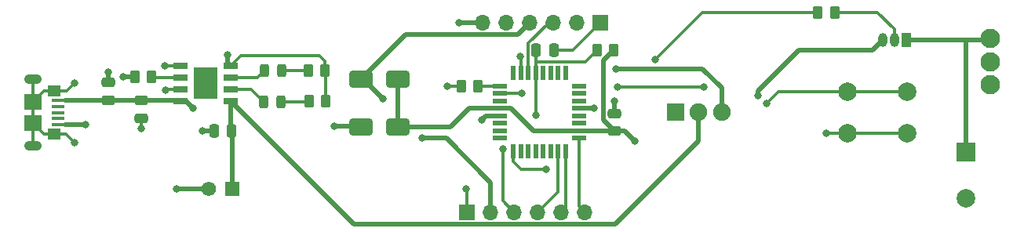
<source format=gbr>
%TF.GenerationSoftware,KiCad,Pcbnew,7.0.5*%
%TF.CreationDate,2023-10-18T15:34:20+03:00*%
%TF.ProjectId,Flashlight,466c6173-686c-4696-9768-742e6b696361,rev?*%
%TF.SameCoordinates,Original*%
%TF.FileFunction,Copper,L1,Top*%
%TF.FilePolarity,Positive*%
%FSLAX46Y46*%
G04 Gerber Fmt 4.6, Leading zero omitted, Abs format (unit mm)*
G04 Created by KiCad (PCBNEW 7.0.5) date 2023-10-18 15:34:20*
%MOMM*%
%LPD*%
G01*
G04 APERTURE LIST*
G04 Aperture macros list*
%AMRoundRect*
0 Rectangle with rounded corners*
0 $1 Rounding radius*
0 $2 $3 $4 $5 $6 $7 $8 $9 X,Y pos of 4 corners*
0 Add a 4 corners polygon primitive as box body*
4,1,4,$2,$3,$4,$5,$6,$7,$8,$9,$2,$3,0*
0 Add four circle primitives for the rounded corners*
1,1,$1+$1,$2,$3*
1,1,$1+$1,$4,$5*
1,1,$1+$1,$6,$7*
1,1,$1+$1,$8,$9*
0 Add four rect primitives between the rounded corners*
20,1,$1+$1,$2,$3,$4,$5,0*
20,1,$1+$1,$4,$5,$6,$7,0*
20,1,$1+$1,$6,$7,$8,$9,0*
20,1,$1+$1,$8,$9,$2,$3,0*%
G04 Aperture macros list end*
%TA.AperFunction,SMDPad,CuDef*%
%ADD10RoundRect,0.250000X0.262500X0.450000X-0.262500X0.450000X-0.262500X-0.450000X0.262500X-0.450000X0*%
%TD*%
%TA.AperFunction,SMDPad,CuDef*%
%ADD11R,1.525000X0.700000*%
%TD*%
%TA.AperFunction,SMDPad,CuDef*%
%ADD12R,2.513000X3.402000*%
%TD*%
%TA.AperFunction,SMDPad,CuDef*%
%ADD13RoundRect,0.250000X-0.262500X-0.450000X0.262500X-0.450000X0.262500X0.450000X-0.262500X0.450000X0*%
%TD*%
%TA.AperFunction,ComponentPad*%
%ADD14R,2.000000X2.000000*%
%TD*%
%TA.AperFunction,ComponentPad*%
%ADD15C,2.000000*%
%TD*%
%TA.AperFunction,ComponentPad*%
%ADD16C,2.100000*%
%TD*%
%TA.AperFunction,SMDPad,CuDef*%
%ADD17RoundRect,0.250000X0.475000X-0.250000X0.475000X0.250000X-0.475000X0.250000X-0.475000X-0.250000X0*%
%TD*%
%TA.AperFunction,ComponentPad*%
%ADD18R,1.900000X1.900000*%
%TD*%
%TA.AperFunction,ComponentPad*%
%ADD19C,1.900000*%
%TD*%
%TA.AperFunction,SMDPad,CuDef*%
%ADD20RoundRect,0.243750X-0.243750X-0.456250X0.243750X-0.456250X0.243750X0.456250X-0.243750X0.456250X0*%
%TD*%
%TA.AperFunction,ComponentPad*%
%ADD21R,1.700000X1.700000*%
%TD*%
%TA.AperFunction,ComponentPad*%
%ADD22O,1.700000X1.700000*%
%TD*%
%TA.AperFunction,SMDPad,CuDef*%
%ADD23RoundRect,0.250000X1.000000X0.650000X-1.000000X0.650000X-1.000000X-0.650000X1.000000X-0.650000X0*%
%TD*%
%TA.AperFunction,SMDPad,CuDef*%
%ADD24R,1.400000X0.400000*%
%TD*%
%TA.AperFunction,ComponentPad*%
%ADD25O,1.900000X1.050000*%
%TD*%
%TA.AperFunction,SMDPad,CuDef*%
%ADD26R,1.450000X1.150000*%
%TD*%
%TA.AperFunction,SMDPad,CuDef*%
%ADD27R,1.900000X1.750000*%
%TD*%
%TA.AperFunction,SMDPad,CuDef*%
%ADD28RoundRect,0.250000X-0.475000X0.250000X-0.475000X-0.250000X0.475000X-0.250000X0.475000X0.250000X0*%
%TD*%
%TA.AperFunction,ComponentPad*%
%ADD29R,1.000000X1.500000*%
%TD*%
%TA.AperFunction,ComponentPad*%
%ADD30O,1.000000X1.500000*%
%TD*%
%TA.AperFunction,ComponentPad*%
%ADD31R,1.575000X1.575000*%
%TD*%
%TA.AperFunction,ComponentPad*%
%ADD32C,1.575000*%
%TD*%
%TA.AperFunction,SMDPad,CuDef*%
%ADD33RoundRect,0.250000X0.250000X0.475000X-0.250000X0.475000X-0.250000X-0.475000X0.250000X-0.475000X0*%
%TD*%
%TA.AperFunction,SMDPad,CuDef*%
%ADD34R,1.600000X0.550000*%
%TD*%
%TA.AperFunction,SMDPad,CuDef*%
%ADD35R,0.550000X1.600000*%
%TD*%
%TA.AperFunction,ViaPad*%
%ADD36C,0.800000*%
%TD*%
%TA.AperFunction,Conductor*%
%ADD37C,0.300000*%
%TD*%
%TA.AperFunction,Conductor*%
%ADD38C,0.500000*%
%TD*%
G04 APERTURE END LIST*
D10*
%TO.P,R4,1*%
%TO.N,Net-(U1-PD3)*%
X131012500Y-115400000D03*
%TO.P,R4,2*%
%TO.N,/DI_PIN*%
X129187500Y-115400000D03*
%TD*%
D11*
%TO.P,J2,1,TEMP1*%
%TO.N,GND*%
X98888000Y-113195000D03*
%TO.P,J2,2,PROG2*%
%TO.N,Net-(J2-PROG2)*%
X98888000Y-114465000D03*
%TO.P,J2,3,GND_3*%
%TO.N,GND*%
X98888000Y-115735000D03*
%TO.P,J2,4,VCC4*%
%TO.N,/VBUS*%
X98888000Y-117005000D03*
%TO.P,J2,5,BAT*%
%TO.N,Net-(J2-BAT)*%
X104312000Y-117005000D03*
%TO.P,J2,6,~{STDBY}*%
%TO.N,/STANDBY*%
X104312000Y-115735000D03*
%TO.P,J2,7,~{CHRG}*%
%TO.N,/CHARGE*%
X104312000Y-114465000D03*
%TO.P,J2,8,CE*%
%TO.N,/VBUS*%
X104312000Y-113195000D03*
D12*
%TO.P,J2,9,EP*%
%TO.N,unconnected-(J2-EP-Pad9)*%
X101600000Y-115100000D03*
%TD*%
D13*
%TO.P,R5,1*%
%TO.N,/PROG_SS*%
X143837500Y-111500000D03*
%TO.P,R5,2*%
%TO.N,/PWR*%
X145662500Y-111500000D03*
%TD*%
D14*
%TO.P,C6,1*%
%TO.N,/STRIP_VCC*%
X183700000Y-122500000D03*
D15*
%TO.P,C6,2*%
%TO.N,GND*%
X183700000Y-127500000D03*
%TD*%
D16*
%TO.P,J4,1*%
%TO.N,GND*%
X186250000Y-115250000D03*
%TO.P,J4,2*%
%TO.N,/DI_PIN*%
X186250000Y-112750000D03*
%TO.P,J4,3*%
%TO.N,/STRIP_VCC*%
X186250000Y-110250000D03*
%TD*%
D17*
%TO.P,C4,1*%
%TO.N,/PWR*%
X145750000Y-120250000D03*
%TO.P,C4,2*%
%TO.N,GND*%
X145750000Y-118350000D03*
%TD*%
D18*
%TO.P,S1,1*%
%TO.N,unconnected-(S1-Pad1)*%
X152300000Y-118200000D03*
D19*
%TO.P,S1,2*%
%TO.N,Net-(J2-BAT)*%
X154800000Y-118200000D03*
%TO.P,S1,3*%
%TO.N,/BAT+*%
X157300000Y-118200000D03*
%TD*%
D20*
%TO.P,D2,1,K*%
%TO.N,/CHARGE*%
X107962500Y-113700000D03*
%TO.P,D2,2,A*%
%TO.N,Net-(D2-A)*%
X109837500Y-113700000D03*
%TD*%
D21*
%TO.P,J5,1,Pin_1*%
%TO.N,GND*%
X129840000Y-129000000D03*
D22*
%TO.P,J5,2,Pin_2*%
%TO.N,/UART_Bus*%
X132380000Y-129000000D03*
%TO.P,J5,3,Pin_3*%
%TO.N,/PROG_SS*%
X134920000Y-129000000D03*
%TO.P,J5,4,Pin_4*%
%TO.N,/MOSI_PB3*%
X137460000Y-129000000D03*
%TO.P,J5,5,Pin_5*%
%TO.N,/MISO_PB4*%
X140000000Y-129000000D03*
%TO.P,J5,6,Pin_6*%
%TO.N,/SCK_PB5*%
X142540000Y-129000000D03*
%TD*%
D17*
%TO.P,C1,1*%
%TO.N,/VBUS*%
X91100000Y-116900000D03*
%TO.P,C1,2*%
%TO.N,GND*%
X91100000Y-115000000D03*
%TD*%
D23*
%TO.P,D3,1,K*%
%TO.N,/PWR*%
X122400000Y-119800000D03*
%TO.P,D3,2,A*%
%TO.N,/BAT+*%
X118400000Y-119800000D03*
%TD*%
D13*
%TO.P,R6,1*%
%TO.N,Net-(U1-PD4)*%
X167687500Y-107400000D03*
%TO.P,R6,2*%
%TO.N,Net-(Q1-B)*%
X169512500Y-107400000D03*
%TD*%
D24*
%TO.P,J1,1,VBUS*%
%TO.N,/VBUS*%
X85670000Y-116950000D03*
%TO.P,J1,2,D-*%
%TO.N,unconnected-(J1-D--Pad2)*%
X85670000Y-117600000D03*
%TO.P,J1,3,D+*%
%TO.N,unconnected-(J1-D+-Pad3)*%
X85670000Y-118250000D03*
%TO.P,J1,4,ID*%
%TO.N,unconnected-(J1-ID-Pad4)*%
X85670000Y-118900000D03*
%TO.P,J1,5,GND*%
%TO.N,GND*%
X85670000Y-119550000D03*
D25*
%TO.P,J1,6,SHIELD*%
%TO.N,unconnected-(J1-SHIELD-Pad6)*%
X83020000Y-114675000D03*
D26*
X85250000Y-115930000D03*
D27*
X83020000Y-117125000D03*
X83020000Y-119375000D03*
D26*
X85250000Y-120570000D03*
D25*
X83020000Y-121825000D03*
%TD*%
D28*
%TO.P,C2,1*%
%TO.N,/VBUS*%
X94700000Y-116950000D03*
%TO.P,C2,2*%
%TO.N,GND*%
X94700000Y-118850000D03*
%TD*%
D10*
%TO.P,R2,1*%
%TO.N,/VBUS*%
X114612500Y-117000000D03*
%TO.P,R2,2*%
%TO.N,Net-(D1-A)*%
X112787500Y-117000000D03*
%TD*%
D29*
%TO.P,Q1,1,E*%
%TO.N,/STRIP_VCC*%
X177220000Y-110400000D03*
D30*
%TO.P,Q1,2,B*%
%TO.N,Net-(Q1-B)*%
X175950000Y-110400000D03*
%TO.P,Q1,3,C*%
%TO.N,/PWR*%
X174680000Y-110400000D03*
%TD*%
D10*
%TO.P,R1,1*%
%TO.N,Net-(J2-PROG2)*%
X95812500Y-114400000D03*
%TO.P,R1,2*%
%TO.N,GND*%
X93987500Y-114400000D03*
%TD*%
%TO.P,R3,1*%
%TO.N,/VBUS*%
X114512500Y-113700000D03*
%TO.P,R3,2*%
%TO.N,Net-(D2-A)*%
X112687500Y-113700000D03*
%TD*%
D21*
%TO.P,J6,1,Pin_1*%
%TO.N,/DTR*%
X144250000Y-108500000D03*
D22*
%TO.P,J6,2,Pin_2*%
%TO.N,/TX*%
X141710000Y-108500000D03*
%TO.P,J6,3,Pin_3*%
%TO.N,/RX*%
X139170000Y-108500000D03*
%TO.P,J6,4,Pin_4*%
%TO.N,/UART_Bus*%
X136630000Y-108500000D03*
%TO.P,J6,5,Pin_5*%
%TO.N,unconnected-(J6-Pin_5-Pad5)*%
X134090000Y-108500000D03*
%TO.P,J6,6,Pin_6*%
%TO.N,GND*%
X131550000Y-108500000D03*
%TD*%
D15*
%TO.P,SW1,1,A*%
%TO.N,Net-(SW1-A)*%
X170850000Y-115950000D03*
X177350000Y-115950000D03*
%TO.P,SW1,2,B*%
%TO.N,GND*%
X170850000Y-120450000D03*
X177350000Y-120450000D03*
%TD*%
D20*
%TO.P,D1,1,K*%
%TO.N,/STANDBY*%
X107862500Y-117100000D03*
%TO.P,D1,2,A*%
%TO.N,Net-(D1-A)*%
X109737500Y-117100000D03*
%TD*%
D31*
%TO.P,J3,1,1*%
%TO.N,Net-(J2-BAT)*%
X104500000Y-126500000D03*
D32*
%TO.P,J3,2,2*%
%TO.N,GND*%
X102000000Y-126500000D03*
%TD*%
D33*
%TO.P,C3,1*%
%TO.N,Net-(J2-BAT)*%
X104450000Y-120250000D03*
%TO.P,C3,2*%
%TO.N,GND*%
X102550000Y-120250000D03*
%TD*%
D34*
%TO.P,U1,1,PD3*%
%TO.N,Net-(U1-PD3)*%
X133400000Y-115400000D03*
%TO.P,U1,2,PD4*%
%TO.N,Net-(U1-PD4)*%
X133400000Y-116200000D03*
%TO.P,U1,3,PE0*%
%TO.N,unconnected-(U1-PE0-Pad3)*%
X133400000Y-117000000D03*
%TO.P,U1,4,VCC*%
%TO.N,/PWR*%
X133400000Y-117800000D03*
%TO.P,U1,5,GND*%
%TO.N,GND*%
X133400000Y-118600000D03*
%TO.P,U1,6,PE1*%
%TO.N,unconnected-(U1-PE1-Pad6)*%
X133400000Y-119400000D03*
%TO.P,U1,7,XTAL1/PB6*%
%TO.N,unconnected-(U1-XTAL1{slash}PB6-Pad7)*%
X133400000Y-120200000D03*
%TO.P,U1,8,XTAL2/PB7*%
%TO.N,unconnected-(U1-XTAL2{slash}PB7-Pad8)*%
X133400000Y-121000000D03*
D35*
%TO.P,U1,9,PD5*%
%TO.N,Net-(SW1-A)*%
X134850000Y-122450000D03*
%TO.P,U1,10,PD6*%
%TO.N,unconnected-(U1-PD6-Pad10)*%
X135650000Y-122450000D03*
%TO.P,U1,11,PD7*%
%TO.N,unconnected-(U1-PD7-Pad11)*%
X136450000Y-122450000D03*
%TO.P,U1,12,PB0*%
%TO.N,unconnected-(U1-PB0-Pad12)*%
X137250000Y-122450000D03*
%TO.P,U1,13,PB1*%
%TO.N,unconnected-(U1-PB1-Pad13)*%
X138050000Y-122450000D03*
%TO.P,U1,14,PB2*%
%TO.N,unconnected-(U1-PB2-Pad14)*%
X138850000Y-122450000D03*
%TO.P,U1,15,PB3*%
%TO.N,/MOSI_PB3*%
X139650000Y-122450000D03*
%TO.P,U1,16,PB4*%
%TO.N,/MISO_PB4*%
X140450000Y-122450000D03*
D34*
%TO.P,U1,17,PB5*%
%TO.N,/SCK_PB5*%
X141900000Y-121000000D03*
%TO.P,U1,18,AVCC*%
%TO.N,/PWR*%
X141900000Y-120200000D03*
%TO.P,U1,19,PE2*%
%TO.N,unconnected-(U1-PE2-Pad19)*%
X141900000Y-119400000D03*
%TO.P,U1,20,AREF*%
%TO.N,unconnected-(U1-AREF-Pad20)*%
X141900000Y-118600000D03*
%TO.P,U1,21,GND*%
%TO.N,GND*%
X141900000Y-117800000D03*
%TO.P,U1,22,PE3*%
%TO.N,unconnected-(U1-PE3-Pad22)*%
X141900000Y-117000000D03*
%TO.P,U1,23,PC0*%
%TO.N,unconnected-(U1-PC0-Pad23)*%
X141900000Y-116200000D03*
%TO.P,U1,24,PC1*%
%TO.N,unconnected-(U1-PC1-Pad24)*%
X141900000Y-115400000D03*
D35*
%TO.P,U1,25,PC2*%
%TO.N,unconnected-(U1-PC2-Pad25)*%
X140450000Y-113950000D03*
%TO.P,U1,26,PC3*%
%TO.N,unconnected-(U1-PC3-Pad26)*%
X139650000Y-113950000D03*
%TO.P,U1,27,PC4*%
%TO.N,unconnected-(U1-PC4-Pad27)*%
X138850000Y-113950000D03*
%TO.P,U1,28,PC5*%
%TO.N,unconnected-(U1-PC5-Pad28)*%
X138050000Y-113950000D03*
%TO.P,U1,29,~{RESET}/PC6*%
%TO.N,/PROG_SS*%
X137250000Y-113950000D03*
%TO.P,U1,30,PD0*%
%TO.N,/RX*%
X136450000Y-113950000D03*
%TO.P,U1,31,PD1*%
%TO.N,/TX*%
X135650000Y-113950000D03*
%TO.P,U1,32,PD2*%
%TO.N,unconnected-(U1-PD2-Pad32)*%
X134850000Y-113950000D03*
%TD*%
D33*
%TO.P,C5,1*%
%TO.N,/DTR*%
X139200000Y-111500000D03*
%TO.P,C5,2*%
%TO.N,/PROG_SS*%
X137300000Y-111500000D03*
%TD*%
D23*
%TO.P,D4,1,K*%
%TO.N,/PWR*%
X122400000Y-114600000D03*
%TO.P,D4,2,A*%
%TO.N,/UART_Bus*%
X118400000Y-114600000D03*
%TD*%
D36*
%TO.N,/DI_PIN*%
X127700000Y-115400000D03*
%TO.N,/VBUS*%
X100300000Y-117800000D03*
X104000000Y-112000000D03*
%TO.N,GND*%
X143550000Y-117800000D03*
X129750000Y-126500000D03*
X129000000Y-108500000D03*
X92700000Y-114350000D03*
X145750000Y-117000000D03*
X168600000Y-120500000D03*
X97205000Y-113195000D03*
X101250000Y-120250000D03*
X98500000Y-126500000D03*
X94700000Y-120000000D03*
X87500000Y-115050000D03*
X91150000Y-113850000D03*
X131400000Y-119050000D03*
X88700000Y-119550000D03*
X97300000Y-115800000D03*
%TO.N,/PWR*%
X147950000Y-121300000D03*
X161200000Y-116400000D03*
%TO.N,/BAT+*%
X145900000Y-113500000D03*
X115500000Y-119750000D03*
%TO.N,/UART_Bus*%
X125000000Y-121000000D03*
X120750000Y-116750000D03*
%TO.N,/PROG_SS*%
X137250000Y-118500000D03*
X133675000Y-122175000D03*
%TO.N,/TX*%
X135600000Y-112200000D03*
%TO.N,/DI_PIN*%
X155400000Y-115450000D03*
X146050000Y-115450000D03*
%TO.N,Net-(U1-PD4)*%
X150100000Y-112500000D03*
X135750000Y-116200000D03*
%TO.N,Net-(SW1-A)*%
X162150000Y-117250000D03*
X138350000Y-124350000D03*
%TO.N,unconnected-(J1-SHIELD-Pad6)*%
X87500000Y-121500000D03*
%TD*%
D37*
%TO.N,/DI_PIN*%
X155400000Y-115450000D02*
X146050000Y-115450000D01*
X129187500Y-115400000D02*
X127700000Y-115400000D01*
%TO.N,Net-(U1-PD3)*%
X133400000Y-115400000D02*
X131012500Y-115400000D01*
%TO.N,/VBUS*%
X113900000Y-112100000D02*
X105407000Y-112100000D01*
D38*
X98833000Y-116950000D02*
X98888000Y-117005000D01*
X104000000Y-112883000D02*
X104312000Y-113195000D01*
D37*
X114512500Y-113700000D02*
X114512500Y-112712500D01*
D38*
X91100000Y-116900000D02*
X91050000Y-116950000D01*
X91050000Y-116950000D02*
X86425000Y-116950000D01*
D37*
X114512500Y-112712500D02*
X113900000Y-112100000D01*
D38*
X94700000Y-116950000D02*
X98833000Y-116950000D01*
D37*
X114612500Y-113800000D02*
X114512500Y-113700000D01*
D38*
X104000000Y-112000000D02*
X104000000Y-112883000D01*
D37*
X114612500Y-117000000D02*
X114612500Y-113800000D01*
X105407000Y-112100000D02*
X104312000Y-113195000D01*
D38*
X91100000Y-116900000D02*
X94650000Y-116900000D01*
X99505000Y-117005000D02*
X100300000Y-117800000D01*
X94650000Y-116900000D02*
X94700000Y-116950000D01*
X98888000Y-117005000D02*
X99505000Y-117005000D01*
%TO.N,GND*%
X131850000Y-118600000D02*
X131400000Y-119050000D01*
D37*
X98888000Y-115735000D02*
X97365000Y-115735000D01*
X168650000Y-120450000D02*
X168600000Y-120500000D01*
D38*
X91100000Y-115000000D02*
X91100000Y-113900000D01*
X91100000Y-113900000D02*
X91150000Y-113850000D01*
D37*
X98888000Y-113195000D02*
X97205000Y-113195000D01*
X129840000Y-126590000D02*
X129750000Y-126500000D01*
X177350000Y-120450000D02*
X170850000Y-120450000D01*
D38*
X88700000Y-119550000D02*
X86425000Y-119550000D01*
X93987500Y-114400000D02*
X92750000Y-114400000D01*
X133400000Y-118600000D02*
X131850000Y-118600000D01*
D37*
X94700000Y-118850000D02*
X94700000Y-120000000D01*
D38*
X102550000Y-120250000D02*
X101250000Y-120250000D01*
D37*
X97365000Y-115735000D02*
X97300000Y-115800000D01*
D38*
X141900000Y-117800000D02*
X143550000Y-117800000D01*
D37*
X170850000Y-120450000D02*
X168650000Y-120450000D01*
X129840000Y-129000000D02*
X129840000Y-126590000D01*
D38*
X102000000Y-126500000D02*
X98500000Y-126500000D01*
X131550000Y-108500000D02*
X129000000Y-108500000D01*
X92750000Y-114400000D02*
X92700000Y-114350000D01*
X145750000Y-118350000D02*
X145750000Y-117000000D01*
%TO.N,/PWR*%
X165600000Y-111500000D02*
X173580000Y-111500000D01*
X122400000Y-114600000D02*
X122400000Y-119800000D01*
X133400000Y-117800000D02*
X134575000Y-117800000D01*
X134575000Y-117800000D02*
X136975000Y-120200000D01*
X161200000Y-115900000D02*
X165600000Y-111500000D01*
X130050000Y-117800000D02*
X128050000Y-119800000D01*
X161200000Y-116400000D02*
X161200000Y-115900000D01*
X147950000Y-121300000D02*
X146850000Y-120200000D01*
X144575000Y-112587500D02*
X145662500Y-111500000D01*
X145750000Y-120250000D02*
X144575000Y-119075000D01*
X133400000Y-117800000D02*
X130050000Y-117800000D01*
X136975000Y-120200000D02*
X141900000Y-120200000D01*
X146850000Y-120200000D02*
X141900000Y-120200000D01*
X144575000Y-119075000D02*
X144575000Y-112587500D01*
X128050000Y-119800000D02*
X122400000Y-119800000D01*
X173580000Y-111500000D02*
X174680000Y-110400000D01*
D37*
%TO.N,/DTR*%
X141250000Y-111500000D02*
X144250000Y-108500000D01*
X139200000Y-111500000D02*
X141250000Y-111500000D01*
%TO.N,/STANDBY*%
X106497500Y-115735000D02*
X107862500Y-117100000D01*
X104312000Y-115735000D02*
X106497500Y-115735000D01*
%TO.N,Net-(D1-A)*%
X109737500Y-117100000D02*
X112687500Y-117100000D01*
X112687500Y-117100000D02*
X112787500Y-117000000D01*
%TO.N,/CHARGE*%
X104312000Y-114465000D02*
X107197500Y-114465000D01*
X107197500Y-114465000D02*
X107962500Y-113700000D01*
%TO.N,Net-(D2-A)*%
X109837500Y-113700000D02*
X112687500Y-113700000D01*
D38*
%TO.N,/BAT+*%
X155200706Y-113500000D02*
X157300000Y-115599294D01*
X115500000Y-119750000D02*
X118350000Y-119750000D01*
X157300000Y-115599294D02*
X157300000Y-118200000D01*
X145900000Y-113500000D02*
X155200706Y-113500000D01*
X118350000Y-119750000D02*
X118400000Y-119800000D01*
%TO.N,/UART_Bus*%
X125000000Y-121000000D02*
X127600000Y-121000000D01*
X132380000Y-125805000D02*
X132380000Y-129000000D01*
X123200000Y-109800000D02*
X135330000Y-109800000D01*
X132375000Y-125800000D02*
X132380000Y-125805000D01*
X118400000Y-114600000D02*
X118600000Y-114600000D01*
X127600000Y-121000000D02*
X132375000Y-125775000D01*
X118400000Y-114600000D02*
X123200000Y-109800000D01*
X135330000Y-109800000D02*
X136630000Y-108500000D01*
X132375000Y-125775000D02*
X132375000Y-125800000D01*
X118600000Y-114600000D02*
X120750000Y-116750000D01*
D37*
%TO.N,Net-(J2-PROG2)*%
X95877500Y-114465000D02*
X95812500Y-114400000D01*
X98888000Y-114465000D02*
X95877500Y-114465000D01*
D38*
%TO.N,Net-(J2-BAT)*%
X104312000Y-117005000D02*
X117607000Y-130300000D01*
X117607000Y-130300000D02*
X145800000Y-130300000D01*
X145800000Y-130300000D02*
X154800000Y-121300000D01*
X104312000Y-117005000D02*
X104312000Y-120112000D01*
X104312000Y-120112000D02*
X104450000Y-120250000D01*
X154800000Y-121300000D02*
X154800000Y-118200000D01*
X104450000Y-120250000D02*
X104500000Y-120300000D01*
X104500000Y-120300000D02*
X104500000Y-126500000D01*
D37*
%TO.N,/PROG_SS*%
X137475000Y-112750000D02*
X142587500Y-112750000D01*
X137250000Y-113950000D02*
X137250000Y-111550000D01*
X137250000Y-118500000D02*
X137250000Y-113950000D01*
X133675000Y-122175000D02*
X133675000Y-127755000D01*
X137250000Y-112975000D02*
X137475000Y-112750000D01*
X137250000Y-111550000D02*
X137300000Y-111500000D01*
X137250000Y-118500000D02*
X137250000Y-112975000D01*
X133675000Y-127755000D02*
X134920000Y-129000000D01*
X142587500Y-112750000D02*
X143837500Y-111500000D01*
%TO.N,/MOSI_PB3*%
X139650000Y-126810000D02*
X137460000Y-129000000D01*
X139650000Y-122450000D02*
X139650000Y-126810000D01*
%TO.N,/MISO_PB4*%
X140450000Y-122450000D02*
X140450000Y-128550000D01*
X140450000Y-128550000D02*
X140000000Y-129000000D01*
%TO.N,/SCK_PB5*%
X141900000Y-121000000D02*
X141900000Y-128360000D01*
X141900000Y-128360000D02*
X142540000Y-129000000D01*
%TO.N,/RX*%
X136450000Y-110776472D02*
X138726472Y-108500000D01*
X138726472Y-108500000D02*
X139170000Y-108500000D01*
X136450000Y-113950000D02*
X136450000Y-110776472D01*
%TO.N,/TX*%
X135650000Y-112250000D02*
X135600000Y-112200000D01*
X135650000Y-113950000D02*
X135650000Y-112250000D01*
D38*
%TO.N,/STRIP_VCC*%
X177220000Y-110400000D02*
X183700000Y-110400000D01*
X186100000Y-110400000D02*
X186250000Y-110250000D01*
X183700000Y-110400000D02*
X186100000Y-110400000D01*
X183700000Y-122500000D02*
X183700000Y-110400000D01*
D37*
%TO.N,Net-(Q1-B)*%
X169512500Y-107400000D02*
X174100000Y-107400000D01*
X175950000Y-109250000D02*
X175950000Y-110400000D01*
X174100000Y-107400000D02*
X175950000Y-109250000D01*
%TO.N,Net-(U1-PD4)*%
X150100000Y-112500000D02*
X155200000Y-107400000D01*
X155200000Y-107400000D02*
X167687500Y-107400000D01*
X135750000Y-116200000D02*
X133400000Y-116200000D01*
%TO.N,Net-(SW1-A)*%
X134850000Y-123550000D02*
X134850000Y-122450000D01*
X138350000Y-124350000D02*
X135650000Y-124350000D01*
X135650000Y-124350000D02*
X134850000Y-123550000D01*
X163450000Y-115950000D02*
X170850000Y-115950000D01*
X170850000Y-115950000D02*
X177350000Y-115950000D01*
X162150000Y-117250000D02*
X163450000Y-115950000D01*
%TO.N,unconnected-(J1-SHIELD-Pad6)*%
X83020000Y-117125000D02*
X83020000Y-114675000D01*
X85250000Y-115930000D02*
X84215000Y-115930000D01*
X85250000Y-120570000D02*
X84215000Y-120570000D01*
X84215000Y-120570000D02*
X83020000Y-119375000D01*
X86570000Y-120570000D02*
X87500000Y-121500000D01*
X86620000Y-115930000D02*
X85250000Y-115930000D01*
X85250000Y-120570000D02*
X86570000Y-120570000D01*
X83020000Y-119375000D02*
X83020000Y-121825000D01*
X84215000Y-115930000D02*
X83020000Y-117125000D01*
X87500000Y-115050000D02*
X86620000Y-115930000D01*
X83020000Y-117125000D02*
X83020000Y-119375000D01*
%TD*%
M02*

</source>
